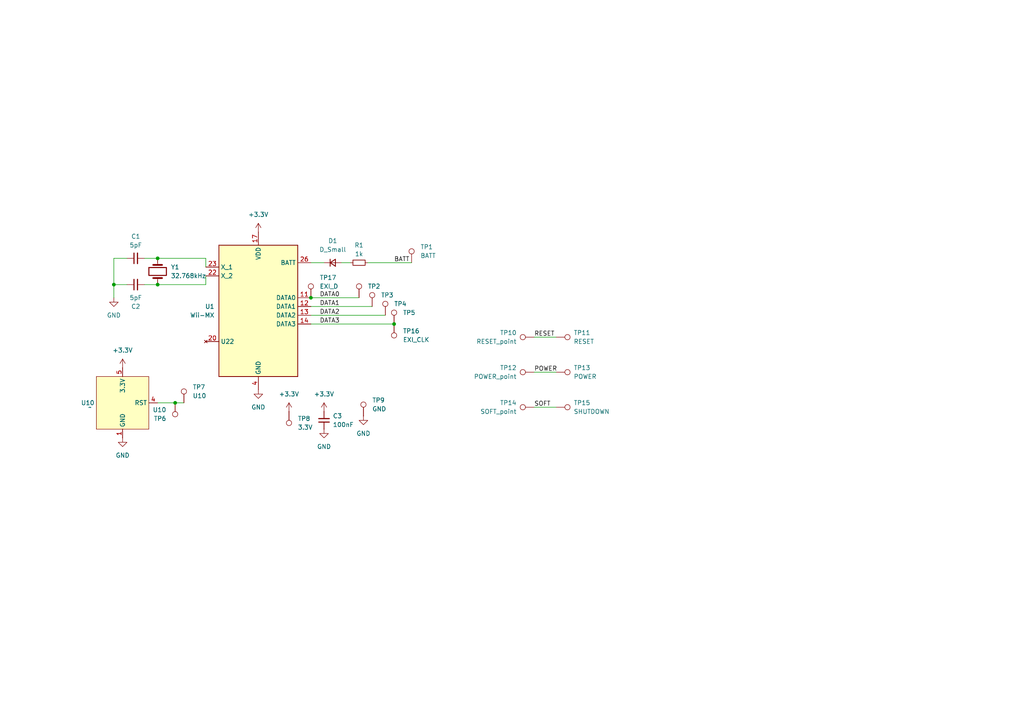
<source format=kicad_sch>
(kicad_sch (version 20231120) (generator "eeschema") (generator_version "8.0")
  (paper "A4")
  (lib_symbols
    (symbol "Connector:TestPoint" (pin_numbers hide) (pin_names (offset 0.762) hide)
      (property "Reference" "TP" (at 0 6.858 0))
      (property "Value" "TestPoint" (at 0 5.08 0))
      (symbol "TestPoint_0_1"
        (circle (center 0 3.302) (radius 0.762))
      )
      (symbol "TestPoint_1_1"
        (pin passive line (at 0 0 90) (length 2.54) (name "1") (number "1"))
      )
    )
    (symbol "Device:C_Small" (pin_numbers hide) (pin_names (offset 0.254) hide)
      (property "Reference" "C" (at 0.254 1.778 0))
      (property "Value" "C_Small" (at 0.254 -2.032 0))
      (symbol "C_Small_0_1"
        (polyline (pts (xy -1.524 0.508) (xy 1.524 0.508)) (stroke (width 0.3048)))
        (polyline (pts (xy -1.524 -0.508) (xy 1.524 -0.508)) (stroke (width 0.3302)))
      )
      (symbol "C_Small_1_1"
        (pin passive line (at 0 2.54 270) (length 2.032) (name "~") (number "1"))
        (pin passive line (at 0 -2.54 90) (length 2.032) (name "~") (number "2"))
      )
    )
    (symbol "Device:Crystal" (pin_numbers hide) (pin_names (offset 1.016) hide)
      (property "Reference" "Y" (at 0 3.81 0))
      (property "Value" "Crystal" (at 0 -3.81 0))
      (symbol "Crystal_0_1"
        (polyline (pts (xy -2.54 0) (xy -1.905 0)))
        (polyline (pts (xy -1.905 -1.27) (xy -1.905 1.27)) (stroke (width 0.508)))
        (rectangle (start -1.143 2.54) (end 1.143 -2.54) (stroke (width 0.3048)))
        (polyline (pts (xy 1.905 -1.27) (xy 1.905 1.27)) (stroke (width 0.508)))
        (polyline (pts (xy 2.54 0) (xy 1.905 0)))
      )
      (symbol "Crystal_1_1"
        (pin passive line (at -3.81 0 0) (length 1.27) (name "1") (number "1"))
        (pin passive line (at 3.81 0 180) (length 1.27) (name "2") (number "2"))
      )
    )
    (symbol "Device:D_Small" (pin_numbers hide) (pin_names (offset 0.254) hide)
      (property "Reference" "D" (at -1.27 2.032 0))
      (property "Value" "D_Small" (at -3.81 -2.032 0))
      (symbol "D_Small_0_1"
        (polyline (pts (xy -0.762 0) (xy 0.762 0)))
        (polyline (pts (xy -0.762 -1.016) (xy -0.762 1.016)) (stroke (width 0.254)))
        (polyline (pts (xy 0.762 -1.016) (xy -0.762 0) (xy 0.762 1.016) (xy 0.762 -1.016)) (stroke (width 0.254)))
      )
      (symbol "D_Small_1_1"
        (pin passive line (at -2.54 0 0) (length 1.778) (name "K") (number "1"))
        (pin passive line (at 2.54 0 180) (length 1.778) (name "A") (number "2"))
      )
    )
    (symbol "Device:R_Small" (pin_numbers hide) (pin_names (offset 0.254) hide)
      (property "Reference" "R" (at 0.762 0.508 0))
      (property "Value" "R_Small" (at 0.762 -1.016 0))
      (symbol "R_Small_0_1"
        (rectangle (start -0.762 1.778) (end 0.762 -1.778) (stroke (width 0.2032)))
      )
      (symbol "R_Small_1_1"
        (pin passive line (at 0 2.54 270) (length 0.762) (name "~") (number "1"))
        (pin passive line (at 0 -2.54 90) (length 0.762) (name "~") (number "2"))
      )
    )
    (symbol "Wii:U10"
      (property "Reference" "U" (at 0 0 0))
      (symbol "U10_1_1"
        (rectangle (start -7.62 7.62) (end 7.62 -7.62) (fill (type background)))
        (pin passive line (at 0 -10.16 90) (length 2.54) (name "GND") (number "1"))
        (pin passive line (at 0 -10.16 90) (length 2.54) hide (name "GND") (number "2"))
        (pin passive line (at 0 -10.16 90) (length 2.54) hide (name "GND") (number "3"))
        (pin output line (at 10.16 0 180) (length 2.54) (name "RST") (number "4"))
        (pin power_in line (at 0 10.16 270) (length 2.54) (name "3.3V") (number "5"))
      )
    )
    (symbol "Wii:Wii-MX"
      (property "Reference" "U" (at 1.27 22.86 0))
      (property "Value" "Wii-MX" (at 1.27 20.32 0))
      (symbol "Wii-MX_0_1"
        (rectangle (start -11.43 19.05) (end 11.43 -19.05) (stroke (width 0.254)) (fill (type background)))
      )
      (symbol "Wii-MX_1_1"
        (pin passive line (at 15.24 3.81 180) (length 3.81) (name "DATA0") (number "11"))
        (pin passive line (at 15.24 1.27 180) (length 3.81) (name "DATA1") (number "12"))
        (pin passive line (at 15.24 -1.27 180) (length 3.81) (name "DATA2") (number "13"))
        (pin passive line (at 15.24 -3.81 180) (length 3.81) (name "DATA3") (number "14"))
        (pin passive line (at 0 -22.86 90) (length 3.81) hide (name "GND") (number "16"))
        (pin power_in line (at 0 22.86 270) (length 3.81) (name "VDD") (number "17"))
        (pin no_connect line (at -15.24 -8.89 0) (length 3.81) (name "U22") (number "20"))
        (pin passive line (at -15.24 10.16 0) (length 3.81) (name "X_2") (number "22"))
        (pin passive line (at -15.24 12.7 0) (length 3.81) (name "X_1") (number "23"))
        (pin power_in line (at 0 22.86 270) (length 3.81) hide (name "VDD") (number "24"))
        (pin power_in line (at 0 22.86 270) (length 3.81) hide (name "VDD") (number "25"))
        (pin power_in line (at 15.24 13.97 180) (length 3.81) (name "BATT") (number "26"))
        (pin power_in line (at 0 22.86 270) (length 3.81) hide (name "VDD") (number "27"))
        (pin passive line (at 0 -22.86 90) (length 3.81) (name "GND") (number "4"))
      )
    )
    (symbol "power:+3.3V" (power) (pin_numbers hide) (pin_names (offset 0) hide)
      (property "Value" "+3.3V" (at 0 3.556 0))
      (symbol "+3.3V_0_1"
        (polyline (pts (xy -0.762 1.27) (xy 0 2.54)))
        (polyline (pts (xy 0 2.54) (xy 0.762 1.27)))
        (polyline (pts (xy 0 0) (xy 0 2.54)))
      )
      (symbol "+3.3V_1_1"
        (pin power_in line (at 0 0 90) (length 0) (name "~") (number "1"))
      )
    )
    (symbol "power:GND" (power) (pin_numbers hide) (pin_names (offset 0) hide)
      (property "Value" "GND" (at 0 -3.81 0))
      (symbol "GND_0_1"
        (polyline (pts (xy 0 0) (xy 0 -1.27) (xy 1.27 -1.27) (xy 0 -2.54) (xy -1.27 -1.27) (xy 0 -1.27)))
      )
      (symbol "GND_1_1"
        (pin power_in line (at 0 0 270) (length 0) (name "~") (number "1"))
      )
    )
  )
  (junction (at 45.72 74.93))
  (junction (at 45.72 82.55))
  (junction (at 50.8 116.84))
  (junction (at 114.3 93.98))
  (junction (at 90.17 86.36))
  (junction (at 33.02 82.55))
  (wire (pts (xy 154.94 118.11) (xy 161.29 118.11)))
  (wire (pts (xy 33.02 82.55) (xy 36.83 82.55)))
  (wire (pts (xy 41.91 82.55) (xy 45.72 82.55)))
  (wire (pts (xy 33.02 74.93) (xy 33.02 82.55)))
  (wire (pts (xy 90.17 76.2) (xy 93.98 76.2)))
  (wire (pts (xy 33.02 82.55) (xy 33.02 86.36)))
  (wire (pts (xy 59.69 77.47) (xy 59.69 74.93)))
  (wire (pts (xy 59.69 82.55) (xy 59.69 80.01)))
  (wire (pts (xy 90.17 86.36) (xy 104.14 86.36)))
  (wire (pts (xy 45.72 82.55) (xy 59.69 82.55)))
  (wire (pts (xy 53.34 116.84) (xy 50.8 116.84)))
  (wire (pts (xy 99.06 76.2) (xy 101.6 76.2)))
  (wire (pts (xy 154.94 97.79) (xy 161.29 97.79)))
  (wire (pts (xy 90.17 91.44) (xy 111.76 91.44)))
  (wire (pts (xy 50.8 116.84) (xy 45.72 116.84)))
  (wire (pts (xy 154.94 107.95) (xy 161.29 107.95)))
  (wire (pts (xy 90.17 88.9) (xy 107.95 88.9)))
  (wire (pts (xy 106.68 76.2) (xy 119.38 76.2)))
  (wire (pts (xy 45.72 74.93) (xy 59.69 74.93)))
  (wire (pts (xy 41.91 74.93) (xy 45.72 74.93)))
  (wire (pts (xy 90.17 93.98) (xy 114.3 93.98)))
  (wire (pts (xy 36.83 74.93) (xy 33.02 74.93)))
  (label "SOFT" (at 154.94 118.11 0))
  (label "DATA2" (at 92.71 91.44 0))
  (label "DATA3" (at 92.71 93.98 0))
  (label "POWER" (at 154.94 107.95 0))
  (label "DATA0" (at 92.71 86.36 0))
  (label "BATT" (at 114.3 76.2 0))
  (label "DATA1" (at 92.71 88.9 0))
  (label "RESET" (at 154.94 97.79 0))
  (symbol (lib_id "Connector:TestPoint") (at 105.41 120.65 0) (unit 1)
    (property "Reference" "TP9" (at 107.95 116.078 0) (effects (justify left)))
    (property "Value" "GND" (at 107.95 118.618 0) (effects (justify left)))
    (property "Footprint" "Wii:TestPoint_THTPad_D0.5mm_Drill0.35mm" (effects (hide yes)))
  )
  (symbol (lib_id "Wii:Wii-MX") (at 74.93 90.17 0) (unit 1)
    (property "Reference" "U1" (at 62.23 88.9 0) (effects (justify right)))
    (property "Value" "Wii-MX" (at 62.23 91.44 0) (effects (justify right)))
    (property "Footprint" "Wii:MX_SOIC" (effects (hide yes)))
  )
  (symbol (lib_id "Connector:TestPoint") (at 119.38 76.2 0) (unit 1)
    (property "Reference" "TP1" (at 121.92 71.628 0) (effects (justify left)))
    (property "Value" "BATT" (at 121.92 74.168 0) (effects (justify left)))
    (property "Footprint" "TestPoint:TestPoint_Pad_D1.0mm" (effects (hide yes)))
  )
  (symbol (lib_id "power:GND") (at 33.02 86.36 0) (unit 1)
    (property "Reference" "#PWR02" (effects (hide yes)))
    (property "Value" "GND" (at 33.02 91.44 0))
  )
  (symbol (lib_id "Connector:TestPoint") (at 53.34 116.84 0) (unit 1)
    (property "Reference" "TP7" (at 55.88 112.2679 0) (effects (justify left)))
    (property "Value" "U10" (at 55.88 114.8079 0) (effects (justify left)))
    (property "Footprint" "Wii:TestPoint_THTPad_D0.5mm_Drill0.35mm" (effects (hide yes)))
    (property "Description" "test point" (effects (hide yes)))
  )
  (symbol (lib_id "Device:C_Small") (at 39.37 82.55 90) (mirror x) (unit 1)
    (property "Reference" "C2" (at 39.3763 88.9 90))
    (property "Value" "5pF" (at 39.3763 86.36 90))
    (property "Footprint" "Capacitor_SMD:C_0402_1005Metric" (effects (hide yes)))
    (property "MouserPart" "81-GRM1555C1H5R0BA1D" (effects (hide yes)))
  )
  (symbol (lib_id "Connector:TestPoint") (at 114.3 93.98 180) (unit 1)
    (property "Reference" "TP16" (at 116.84 96.0119 0) (effects (justify right)))
    (property "Value" "EXI_CLK" (at 116.84 98.5519 0) (effects (justify right)))
    (property "Footprint" "Wii:TestPoint_Pad_D0.5mm" (effects (hide yes)))
    (property "Description" "test point" (effects (hide yes)))
  )
  (symbol (lib_id "power:+3.3V") (at 83.82 119.38 0) (unit 1)
    (property "Reference" "#PWR05" (effects (hide yes)))
    (property "Value" "+3.3V" (at 83.82 114.3 0))
  )
  (symbol (lib_id "power:GND") (at 93.98 124.46 0) (unit 1)
    (property "Reference" "#PWR08" (effects (hide yes)))
    (property "Value" "GND" (at 93.98 129.54 0))
  )
  (symbol (lib_id "Connector:TestPoint") (at 114.3 93.98 0) (unit 1)
    (property "Reference" "TP5" (at 116.84 90.6779 0) (effects (justify left)))
    (property "Value" "DATA3" (effects (hide yes)))
    (property "Footprint" "Wii:TestPoint_THTPad_D0.5mm_Drill0.35mm" (effects (hide yes)))
    (property "Description" "test point" (effects (hide yes)))
  )
  (symbol (lib_id "Connector:TestPoint") (at 161.29 118.11 270) (unit 1)
    (property "Reference" "TP15" (at 166.37 116.8399 90) (effects (justify left)))
    (property "Value" "SHUTDOWN" (at 166.37 119.3799 90) (effects (justify left)))
    (property "Footprint" "Wii:TestPoint_Pad_D0.5mm" (effects (hide yes)))
    (property "Description" "test point" (effects (hide yes)))
  )
  (symbol (lib_id "Device:D_Small") (at 96.52 76.2 0) (unit 1)
    (property "Reference" "D1" (at 96.52 69.85 0))
    (property "Value" "D_Small" (at 96.52 72.39 0))
    (property "Footprint" "Diode_SMD:D_0603_1608Metric" (effects (hide yes)))
    (property "Sim.Device" "D" (effects (hide yes)))
    (property "Sim.Pins" "1=K 2=A" (effects (hide yes)))
  )
  (symbol (lib_id "Connector:TestPoint") (at 107.95 88.9 0) (unit 1)
    (property "Reference" "TP3" (at 110.49 85.5979 0) (effects (justify left)))
    (property "Value" "DATA1" (effects (hide yes)))
    (property "Footprint" "Wii:TestPoint_THTPad_D0.5mm_Drill0.35mm" (effects (hide yes)))
    (property "Description" "test point" (effects (hide yes)))
  )
  (symbol (lib_id "power:GND") (at 35.56 127 0) (unit 1)
    (property "Reference" "#PWR09" (effects (hide yes)))
    (property "Value" "GND" (at 35.56 132.08 0))
  )
  (symbol (lib_id "Connector:TestPoint") (at 104.14 86.36 0) (unit 1)
    (property "Reference" "TP2" (at 106.68 83.0579 0) (effects (justify left)))
    (property "Value" "DATA0" (effects (hide yes)))
    (property "Footprint" "Wii:TestPoint_THTPad_D0.5mm_Drill0.35mm" (effects (hide yes)))
    (property "Description" "test point" (effects (hide yes)))
  )
  (symbol (lib_id "Connector:TestPoint") (at 83.82 119.38 180) (unit 1)
    (property "Reference" "TP8" (at 86.36 121.412 0) (effects (justify right)))
    (property "Value" "3.3V" (at 86.36 123.952 0) (effects (justify right)))
    (property "Footprint" "TestPoint:TestPoint_Pad_D1.0mm" (effects (hide yes)))
  )
  (symbol (lib_id "Connector:TestPoint") (at 50.8 116.84 180) (unit 1)
    (property "Reference" "TP6" (at 48.26 121.4121 0) (effects (justify left)))
    (property "Value" "U10" (at 48.26 118.8721 0) (effects (justify left)))
    (property "Footprint" "Wii:TestPoint_Pad_D0.5mm" (effects (hide yes)))
    (property "Description" "test point" (effects (hide yes)))
  )
  (symbol (lib_id "Connector:TestPoint") (at 161.29 107.95 270) (unit 1)
    (property "Reference" "TP13" (at 166.37 106.6799 90) (effects (justify left)))
    (property "Value" "POWER" (at 166.37 109.2199 90) (effects (justify left)))
    (property "Footprint" "Wii:TestPoint_Pad_D0.5mm" (effects (hide yes)))
    (property "Description" "test point" (effects (hide yes)))
  )
  (symbol (lib_id "Connector:TestPoint") (at 154.94 97.79 90) (mirror x) (unit 1)
    (property "Reference" "TP10" (at 149.86 96.5199 90) (effects (justify left)))
    (property "Value" "RESET_point" (at 149.86 99.0599 90) (effects (justify left)))
    (property "Footprint" "Wii:TestPoint_THTPad_D0.5mm_Drill0.35mm" (effects (hide yes)))
    (property "Description" "test point" (effects (hide yes)))
  )
  (symbol (lib_id "power:GND") (at 74.93 113.03 0) (unit 1)
    (property "Reference" "#PWR04" (effects (hide yes)))
    (property "Value" "GND" (at 74.93 118.11 0))
  )
  (symbol (lib_id "power:+3.3V") (at 35.56 106.68 0) (unit 1)
    (property "Reference" "#PWR03" (effects (hide yes)))
    (property "Value" "+3.3V" (at 35.56 101.6 0))
  )
  (symbol (lib_id "power:GND") (at 105.41 120.65 0) (unit 1)
    (property "Reference" "#PWR07" (effects (hide yes)))
    (property "Value" "GND" (at 105.41 125.73 0))
  )
  (symbol (lib_id "Device:R_Small") (at 104.14 76.2 90) (unit 1)
    (property "Reference" "R1" (at 104.14 71.12 90))
    (property "Value" "1k" (at 104.14 73.66 90))
    (property "Footprint" "Resistor_SMD:R_0402_1005Metric" (effects (hide yes)))
  )
  (symbol (lib_id "Connector:TestPoint") (at 154.94 107.95 90) (mirror x) (unit 1)
    (property "Reference" "TP12" (at 149.86 106.6799 90) (effects (justify left)))
    (property "Value" "POWER_point" (at 149.86 109.2199 90) (effects (justify left)))
    (property "Footprint" "Wii:TestPoint_THTPad_D0.5mm_Drill0.35mm" (effects (hide yes)))
    (property "Description" "test point" (effects (hide yes)))
  )
  (symbol (lib_id "Connector:TestPoint") (at 90.17 86.36 0) (unit 1)
    (property "Reference" "TP17" (at 92.71 80.518 0) (effects (justify left)))
    (property "Value" "EXI_D" (at 92.71 83.058 0) (effects (justify left)))
    (property "Footprint" "Wii:TestPoint_Pad_D0.5mm" (effects (hide yes)))
    (property "Description" "test point" (effects (hide yes)))
  )
  (symbol (lib_id "power:+3.3V") (at 93.98 119.38 0) (unit 1)
    (property "Reference" "#PWR06" (effects (hide yes)))
    (property "Value" "+3.3V" (at 93.98 114.3 0))
  )
  (symbol (lib_id "Connector:TestPoint") (at 111.76 91.44 0) (unit 1)
    (property "Reference" "TP4" (at 114.3 88.1379 0) (effects (justify left)))
    (property "Value" "DATA2" (effects (hide yes)))
    (property "Footprint" "Wii:TestPoint_THTPad_D0.5mm_Drill0.35mm" (effects (hide yes)))
    (property "Description" "test point" (effects (hide yes)))
  )
  (symbol (lib_id "power:+3.3V") (at 74.93 67.31 0) (unit 1)
    (property "Reference" "#PWR01" (effects (hide yes)))
    (property "Value" "+3.3V" (at 74.93 62.23 0))
  )
  (symbol (lib_id "Device:C_Small") (at 93.98 121.92 180) (unit 1)
    (property "Reference" "C3" (at 96.52 120.6436 0) (effects (justify right)))
    (property "Value" "100nF" (at 96.52 123.1836 0) (effects (justify right)))
    (property "Footprint" "Capacitor_SMD:C_0402_1005Metric" (effects (hide yes)))
  )
  (symbol (lib_id "Wii:U10") (at 35.56 116.84 0) (unit 1)
    (property "Reference" "U10" (at 27.432 116.84 0) (effects (justify right)))
    (property "Value" "~" (at 26.67 118.11 0) (effects (justify right)))
    (property "Footprint" "Package_TO_SOT_SMD:SOT-23-5" (effects (hide yes)))
  )
  (symbol (lib_id "Device:C_Small") (at 39.37 74.93 90) (unit 1)
    (property "Reference" "C1" (at 39.3763 68.58 90))
    (property "Value" "5pF" (at 39.3763 71.12 90))
    (property "Footprint" "Capacitor_SMD:C_0402_1005Metric" (effects (hide yes)))
    (property "MouserPart" "81-GRM1555C1H5R0BA1D" (effects (hide yes)))
  )
  (symbol (lib_id "Connector:TestPoint") (at 154.94 118.11 90) (mirror x) (unit 1)
    (property "Reference" "TP14" (at 149.86 116.8399 90) (effects (justify left)))
    (property "Value" "SOFT_point" (at 149.86 119.3799 90) (effects (justify left)))
    (property "Footprint" "Wii:TestPoint_THTPad_D0.5mm_Drill0.35mm" (effects (hide yes)))
    (property "Description" "test point" (effects (hide yes)))
  )
  (symbol (lib_id "Connector:TestPoint") (at 161.29 97.79 270) (unit 1)
    (property "Reference" "TP11" (at 166.37 96.5199 90) (effects (justify left)))
    (property "Value" "RESET" (at 166.37 99.0599 90) (effects (justify left)))
    (property "Footprint" "Wii:TestPoint_Pad_D0.5mm" (effects (hide yes)))
    (property "Description" "test point" (effects (hide yes)))
  )
  (symbol (lib_id "Device:Crystal") (at 45.72 78.74 90) (unit 1)
    (property "Reference" "Y1" (at 49.53 77.4699 90) (effects (justify right)))
    (property "Value" "32.768kHz" (at 49.53 80.0099 90) (effects (justify right)))
    (property "Footprint" "Crystal:Crystal_SMD_2012-2Pin_2.0x1.2mm" (effects (hide yes)))
    (property "Description" "Two pin crystal" (effects (hide yes)))
  )
)
</source>
